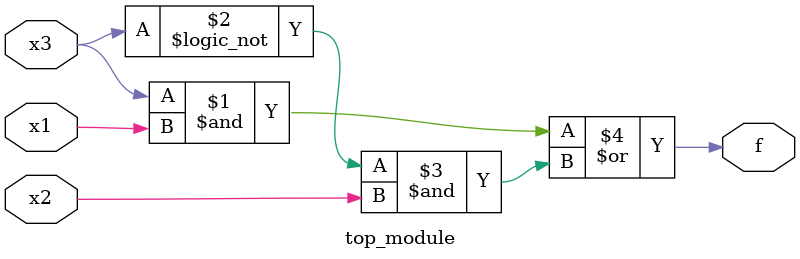
<source format=v>

module top_module( 
    input x3,
    input x2,
    input x1,  // three inputs
    output f   // one output
);
    
    //Without optimization
    //assign f = (!x3 & x2 & !x1) | (!x3 & x2 & x1) | (x3 & !x2 & x1) | (x3 & x2 & x1);
	
    //With optimization 
    assign f = (x3 & x1) | (!x3 & x2);
    
endmodule

</source>
